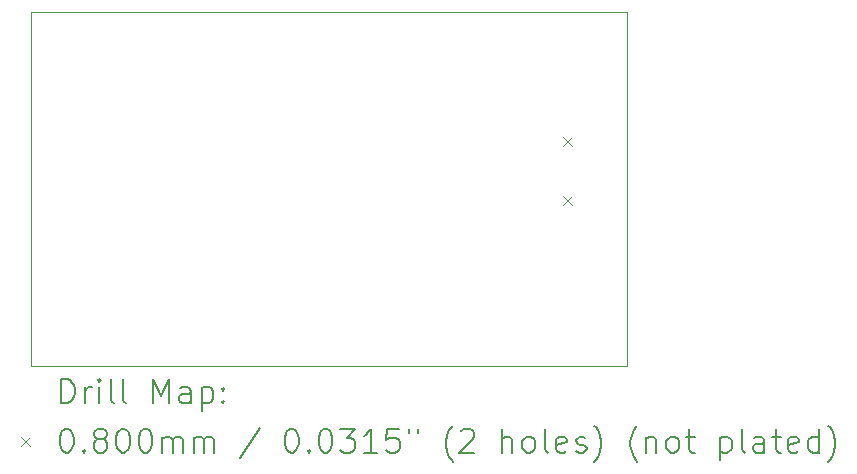
<source format=gbr>
%TF.GenerationSoftware,KiCad,Pcbnew,8.0.7*%
%TF.CreationDate,2024-12-20T19:08:50+02:00*%
%TF.ProjectId,STM32TrialPcb,53544d33-3254-4726-9961-6c5063622e6b,rev?*%
%TF.SameCoordinates,Original*%
%TF.FileFunction,Drillmap*%
%TF.FilePolarity,Positive*%
%FSLAX45Y45*%
G04 Gerber Fmt 4.5, Leading zero omitted, Abs format (unit mm)*
G04 Created by KiCad (PCBNEW 8.0.7) date 2024-12-20 19:08:50*
%MOMM*%
%LPD*%
G01*
G04 APERTURE LIST*
%ADD10C,0.050000*%
%ADD11C,0.200000*%
%ADD12C,0.100000*%
G04 APERTURE END LIST*
D10*
X18050000Y-3350000D02*
X18050000Y-6350000D01*
X23100000Y-3350000D02*
X18050000Y-3350000D01*
X23100000Y-6350000D02*
X23100000Y-3350000D01*
X18050000Y-6350000D02*
X23100000Y-6350000D01*
D11*
D12*
X22554500Y-4410500D02*
X22634500Y-4490500D01*
X22634500Y-4410500D02*
X22554500Y-4490500D01*
X22554500Y-4910500D02*
X22634500Y-4990500D01*
X22634500Y-4910500D02*
X22554500Y-4990500D01*
D11*
X18308277Y-6663984D02*
X18308277Y-6463984D01*
X18308277Y-6463984D02*
X18355896Y-6463984D01*
X18355896Y-6463984D02*
X18384467Y-6473508D01*
X18384467Y-6473508D02*
X18403515Y-6492555D01*
X18403515Y-6492555D02*
X18413039Y-6511603D01*
X18413039Y-6511603D02*
X18422563Y-6549698D01*
X18422563Y-6549698D02*
X18422563Y-6578269D01*
X18422563Y-6578269D02*
X18413039Y-6616365D01*
X18413039Y-6616365D02*
X18403515Y-6635412D01*
X18403515Y-6635412D02*
X18384467Y-6654460D01*
X18384467Y-6654460D02*
X18355896Y-6663984D01*
X18355896Y-6663984D02*
X18308277Y-6663984D01*
X18508277Y-6663984D02*
X18508277Y-6530650D01*
X18508277Y-6568746D02*
X18517801Y-6549698D01*
X18517801Y-6549698D02*
X18527324Y-6540174D01*
X18527324Y-6540174D02*
X18546372Y-6530650D01*
X18546372Y-6530650D02*
X18565420Y-6530650D01*
X18632086Y-6663984D02*
X18632086Y-6530650D01*
X18632086Y-6463984D02*
X18622563Y-6473508D01*
X18622563Y-6473508D02*
X18632086Y-6483031D01*
X18632086Y-6483031D02*
X18641610Y-6473508D01*
X18641610Y-6473508D02*
X18632086Y-6463984D01*
X18632086Y-6463984D02*
X18632086Y-6483031D01*
X18755896Y-6663984D02*
X18736848Y-6654460D01*
X18736848Y-6654460D02*
X18727324Y-6635412D01*
X18727324Y-6635412D02*
X18727324Y-6463984D01*
X18860658Y-6663984D02*
X18841610Y-6654460D01*
X18841610Y-6654460D02*
X18832086Y-6635412D01*
X18832086Y-6635412D02*
X18832086Y-6463984D01*
X19089229Y-6663984D02*
X19089229Y-6463984D01*
X19089229Y-6463984D02*
X19155896Y-6606841D01*
X19155896Y-6606841D02*
X19222563Y-6463984D01*
X19222563Y-6463984D02*
X19222563Y-6663984D01*
X19403515Y-6663984D02*
X19403515Y-6559222D01*
X19403515Y-6559222D02*
X19393991Y-6540174D01*
X19393991Y-6540174D02*
X19374944Y-6530650D01*
X19374944Y-6530650D02*
X19336848Y-6530650D01*
X19336848Y-6530650D02*
X19317801Y-6540174D01*
X19403515Y-6654460D02*
X19384467Y-6663984D01*
X19384467Y-6663984D02*
X19336848Y-6663984D01*
X19336848Y-6663984D02*
X19317801Y-6654460D01*
X19317801Y-6654460D02*
X19308277Y-6635412D01*
X19308277Y-6635412D02*
X19308277Y-6616365D01*
X19308277Y-6616365D02*
X19317801Y-6597317D01*
X19317801Y-6597317D02*
X19336848Y-6587793D01*
X19336848Y-6587793D02*
X19384467Y-6587793D01*
X19384467Y-6587793D02*
X19403515Y-6578269D01*
X19498753Y-6530650D02*
X19498753Y-6730650D01*
X19498753Y-6540174D02*
X19517801Y-6530650D01*
X19517801Y-6530650D02*
X19555896Y-6530650D01*
X19555896Y-6530650D02*
X19574944Y-6540174D01*
X19574944Y-6540174D02*
X19584467Y-6549698D01*
X19584467Y-6549698D02*
X19593991Y-6568746D01*
X19593991Y-6568746D02*
X19593991Y-6625888D01*
X19593991Y-6625888D02*
X19584467Y-6644936D01*
X19584467Y-6644936D02*
X19574944Y-6654460D01*
X19574944Y-6654460D02*
X19555896Y-6663984D01*
X19555896Y-6663984D02*
X19517801Y-6663984D01*
X19517801Y-6663984D02*
X19498753Y-6654460D01*
X19679705Y-6644936D02*
X19689229Y-6654460D01*
X19689229Y-6654460D02*
X19679705Y-6663984D01*
X19679705Y-6663984D02*
X19670182Y-6654460D01*
X19670182Y-6654460D02*
X19679705Y-6644936D01*
X19679705Y-6644936D02*
X19679705Y-6663984D01*
X19679705Y-6540174D02*
X19689229Y-6549698D01*
X19689229Y-6549698D02*
X19679705Y-6559222D01*
X19679705Y-6559222D02*
X19670182Y-6549698D01*
X19670182Y-6549698D02*
X19679705Y-6540174D01*
X19679705Y-6540174D02*
X19679705Y-6559222D01*
D12*
X17967500Y-6952500D02*
X18047500Y-7032500D01*
X18047500Y-6952500D02*
X17967500Y-7032500D01*
D11*
X18346372Y-6883984D02*
X18365420Y-6883984D01*
X18365420Y-6883984D02*
X18384467Y-6893508D01*
X18384467Y-6893508D02*
X18393991Y-6903031D01*
X18393991Y-6903031D02*
X18403515Y-6922079D01*
X18403515Y-6922079D02*
X18413039Y-6960174D01*
X18413039Y-6960174D02*
X18413039Y-7007793D01*
X18413039Y-7007793D02*
X18403515Y-7045888D01*
X18403515Y-7045888D02*
X18393991Y-7064936D01*
X18393991Y-7064936D02*
X18384467Y-7074460D01*
X18384467Y-7074460D02*
X18365420Y-7083984D01*
X18365420Y-7083984D02*
X18346372Y-7083984D01*
X18346372Y-7083984D02*
X18327324Y-7074460D01*
X18327324Y-7074460D02*
X18317801Y-7064936D01*
X18317801Y-7064936D02*
X18308277Y-7045888D01*
X18308277Y-7045888D02*
X18298753Y-7007793D01*
X18298753Y-7007793D02*
X18298753Y-6960174D01*
X18298753Y-6960174D02*
X18308277Y-6922079D01*
X18308277Y-6922079D02*
X18317801Y-6903031D01*
X18317801Y-6903031D02*
X18327324Y-6893508D01*
X18327324Y-6893508D02*
X18346372Y-6883984D01*
X18498753Y-7064936D02*
X18508277Y-7074460D01*
X18508277Y-7074460D02*
X18498753Y-7083984D01*
X18498753Y-7083984D02*
X18489229Y-7074460D01*
X18489229Y-7074460D02*
X18498753Y-7064936D01*
X18498753Y-7064936D02*
X18498753Y-7083984D01*
X18622563Y-6969698D02*
X18603515Y-6960174D01*
X18603515Y-6960174D02*
X18593991Y-6950650D01*
X18593991Y-6950650D02*
X18584467Y-6931603D01*
X18584467Y-6931603D02*
X18584467Y-6922079D01*
X18584467Y-6922079D02*
X18593991Y-6903031D01*
X18593991Y-6903031D02*
X18603515Y-6893508D01*
X18603515Y-6893508D02*
X18622563Y-6883984D01*
X18622563Y-6883984D02*
X18660658Y-6883984D01*
X18660658Y-6883984D02*
X18679705Y-6893508D01*
X18679705Y-6893508D02*
X18689229Y-6903031D01*
X18689229Y-6903031D02*
X18698753Y-6922079D01*
X18698753Y-6922079D02*
X18698753Y-6931603D01*
X18698753Y-6931603D02*
X18689229Y-6950650D01*
X18689229Y-6950650D02*
X18679705Y-6960174D01*
X18679705Y-6960174D02*
X18660658Y-6969698D01*
X18660658Y-6969698D02*
X18622563Y-6969698D01*
X18622563Y-6969698D02*
X18603515Y-6979222D01*
X18603515Y-6979222D02*
X18593991Y-6988746D01*
X18593991Y-6988746D02*
X18584467Y-7007793D01*
X18584467Y-7007793D02*
X18584467Y-7045888D01*
X18584467Y-7045888D02*
X18593991Y-7064936D01*
X18593991Y-7064936D02*
X18603515Y-7074460D01*
X18603515Y-7074460D02*
X18622563Y-7083984D01*
X18622563Y-7083984D02*
X18660658Y-7083984D01*
X18660658Y-7083984D02*
X18679705Y-7074460D01*
X18679705Y-7074460D02*
X18689229Y-7064936D01*
X18689229Y-7064936D02*
X18698753Y-7045888D01*
X18698753Y-7045888D02*
X18698753Y-7007793D01*
X18698753Y-7007793D02*
X18689229Y-6988746D01*
X18689229Y-6988746D02*
X18679705Y-6979222D01*
X18679705Y-6979222D02*
X18660658Y-6969698D01*
X18822563Y-6883984D02*
X18841610Y-6883984D01*
X18841610Y-6883984D02*
X18860658Y-6893508D01*
X18860658Y-6893508D02*
X18870182Y-6903031D01*
X18870182Y-6903031D02*
X18879705Y-6922079D01*
X18879705Y-6922079D02*
X18889229Y-6960174D01*
X18889229Y-6960174D02*
X18889229Y-7007793D01*
X18889229Y-7007793D02*
X18879705Y-7045888D01*
X18879705Y-7045888D02*
X18870182Y-7064936D01*
X18870182Y-7064936D02*
X18860658Y-7074460D01*
X18860658Y-7074460D02*
X18841610Y-7083984D01*
X18841610Y-7083984D02*
X18822563Y-7083984D01*
X18822563Y-7083984D02*
X18803515Y-7074460D01*
X18803515Y-7074460D02*
X18793991Y-7064936D01*
X18793991Y-7064936D02*
X18784467Y-7045888D01*
X18784467Y-7045888D02*
X18774944Y-7007793D01*
X18774944Y-7007793D02*
X18774944Y-6960174D01*
X18774944Y-6960174D02*
X18784467Y-6922079D01*
X18784467Y-6922079D02*
X18793991Y-6903031D01*
X18793991Y-6903031D02*
X18803515Y-6893508D01*
X18803515Y-6893508D02*
X18822563Y-6883984D01*
X19013039Y-6883984D02*
X19032086Y-6883984D01*
X19032086Y-6883984D02*
X19051134Y-6893508D01*
X19051134Y-6893508D02*
X19060658Y-6903031D01*
X19060658Y-6903031D02*
X19070182Y-6922079D01*
X19070182Y-6922079D02*
X19079705Y-6960174D01*
X19079705Y-6960174D02*
X19079705Y-7007793D01*
X19079705Y-7007793D02*
X19070182Y-7045888D01*
X19070182Y-7045888D02*
X19060658Y-7064936D01*
X19060658Y-7064936D02*
X19051134Y-7074460D01*
X19051134Y-7074460D02*
X19032086Y-7083984D01*
X19032086Y-7083984D02*
X19013039Y-7083984D01*
X19013039Y-7083984D02*
X18993991Y-7074460D01*
X18993991Y-7074460D02*
X18984467Y-7064936D01*
X18984467Y-7064936D02*
X18974944Y-7045888D01*
X18974944Y-7045888D02*
X18965420Y-7007793D01*
X18965420Y-7007793D02*
X18965420Y-6960174D01*
X18965420Y-6960174D02*
X18974944Y-6922079D01*
X18974944Y-6922079D02*
X18984467Y-6903031D01*
X18984467Y-6903031D02*
X18993991Y-6893508D01*
X18993991Y-6893508D02*
X19013039Y-6883984D01*
X19165420Y-7083984D02*
X19165420Y-6950650D01*
X19165420Y-6969698D02*
X19174944Y-6960174D01*
X19174944Y-6960174D02*
X19193991Y-6950650D01*
X19193991Y-6950650D02*
X19222563Y-6950650D01*
X19222563Y-6950650D02*
X19241610Y-6960174D01*
X19241610Y-6960174D02*
X19251134Y-6979222D01*
X19251134Y-6979222D02*
X19251134Y-7083984D01*
X19251134Y-6979222D02*
X19260658Y-6960174D01*
X19260658Y-6960174D02*
X19279705Y-6950650D01*
X19279705Y-6950650D02*
X19308277Y-6950650D01*
X19308277Y-6950650D02*
X19327325Y-6960174D01*
X19327325Y-6960174D02*
X19336848Y-6979222D01*
X19336848Y-6979222D02*
X19336848Y-7083984D01*
X19432086Y-7083984D02*
X19432086Y-6950650D01*
X19432086Y-6969698D02*
X19441610Y-6960174D01*
X19441610Y-6960174D02*
X19460658Y-6950650D01*
X19460658Y-6950650D02*
X19489229Y-6950650D01*
X19489229Y-6950650D02*
X19508277Y-6960174D01*
X19508277Y-6960174D02*
X19517801Y-6979222D01*
X19517801Y-6979222D02*
X19517801Y-7083984D01*
X19517801Y-6979222D02*
X19527325Y-6960174D01*
X19527325Y-6960174D02*
X19546372Y-6950650D01*
X19546372Y-6950650D02*
X19574944Y-6950650D01*
X19574944Y-6950650D02*
X19593991Y-6960174D01*
X19593991Y-6960174D02*
X19603515Y-6979222D01*
X19603515Y-6979222D02*
X19603515Y-7083984D01*
X19993991Y-6874460D02*
X19822563Y-7131603D01*
X20251134Y-6883984D02*
X20270182Y-6883984D01*
X20270182Y-6883984D02*
X20289229Y-6893508D01*
X20289229Y-6893508D02*
X20298753Y-6903031D01*
X20298753Y-6903031D02*
X20308277Y-6922079D01*
X20308277Y-6922079D02*
X20317801Y-6960174D01*
X20317801Y-6960174D02*
X20317801Y-7007793D01*
X20317801Y-7007793D02*
X20308277Y-7045888D01*
X20308277Y-7045888D02*
X20298753Y-7064936D01*
X20298753Y-7064936D02*
X20289229Y-7074460D01*
X20289229Y-7074460D02*
X20270182Y-7083984D01*
X20270182Y-7083984D02*
X20251134Y-7083984D01*
X20251134Y-7083984D02*
X20232087Y-7074460D01*
X20232087Y-7074460D02*
X20222563Y-7064936D01*
X20222563Y-7064936D02*
X20213039Y-7045888D01*
X20213039Y-7045888D02*
X20203515Y-7007793D01*
X20203515Y-7007793D02*
X20203515Y-6960174D01*
X20203515Y-6960174D02*
X20213039Y-6922079D01*
X20213039Y-6922079D02*
X20222563Y-6903031D01*
X20222563Y-6903031D02*
X20232087Y-6893508D01*
X20232087Y-6893508D02*
X20251134Y-6883984D01*
X20403515Y-7064936D02*
X20413039Y-7074460D01*
X20413039Y-7074460D02*
X20403515Y-7083984D01*
X20403515Y-7083984D02*
X20393991Y-7074460D01*
X20393991Y-7074460D02*
X20403515Y-7064936D01*
X20403515Y-7064936D02*
X20403515Y-7083984D01*
X20536848Y-6883984D02*
X20555896Y-6883984D01*
X20555896Y-6883984D02*
X20574944Y-6893508D01*
X20574944Y-6893508D02*
X20584468Y-6903031D01*
X20584468Y-6903031D02*
X20593991Y-6922079D01*
X20593991Y-6922079D02*
X20603515Y-6960174D01*
X20603515Y-6960174D02*
X20603515Y-7007793D01*
X20603515Y-7007793D02*
X20593991Y-7045888D01*
X20593991Y-7045888D02*
X20584468Y-7064936D01*
X20584468Y-7064936D02*
X20574944Y-7074460D01*
X20574944Y-7074460D02*
X20555896Y-7083984D01*
X20555896Y-7083984D02*
X20536848Y-7083984D01*
X20536848Y-7083984D02*
X20517801Y-7074460D01*
X20517801Y-7074460D02*
X20508277Y-7064936D01*
X20508277Y-7064936D02*
X20498753Y-7045888D01*
X20498753Y-7045888D02*
X20489229Y-7007793D01*
X20489229Y-7007793D02*
X20489229Y-6960174D01*
X20489229Y-6960174D02*
X20498753Y-6922079D01*
X20498753Y-6922079D02*
X20508277Y-6903031D01*
X20508277Y-6903031D02*
X20517801Y-6893508D01*
X20517801Y-6893508D02*
X20536848Y-6883984D01*
X20670182Y-6883984D02*
X20793991Y-6883984D01*
X20793991Y-6883984D02*
X20727325Y-6960174D01*
X20727325Y-6960174D02*
X20755896Y-6960174D01*
X20755896Y-6960174D02*
X20774944Y-6969698D01*
X20774944Y-6969698D02*
X20784468Y-6979222D01*
X20784468Y-6979222D02*
X20793991Y-6998269D01*
X20793991Y-6998269D02*
X20793991Y-7045888D01*
X20793991Y-7045888D02*
X20784468Y-7064936D01*
X20784468Y-7064936D02*
X20774944Y-7074460D01*
X20774944Y-7074460D02*
X20755896Y-7083984D01*
X20755896Y-7083984D02*
X20698753Y-7083984D01*
X20698753Y-7083984D02*
X20679706Y-7074460D01*
X20679706Y-7074460D02*
X20670182Y-7064936D01*
X20984468Y-7083984D02*
X20870182Y-7083984D01*
X20927325Y-7083984D02*
X20927325Y-6883984D01*
X20927325Y-6883984D02*
X20908277Y-6912555D01*
X20908277Y-6912555D02*
X20889229Y-6931603D01*
X20889229Y-6931603D02*
X20870182Y-6941127D01*
X21165420Y-6883984D02*
X21070182Y-6883984D01*
X21070182Y-6883984D02*
X21060658Y-6979222D01*
X21060658Y-6979222D02*
X21070182Y-6969698D01*
X21070182Y-6969698D02*
X21089229Y-6960174D01*
X21089229Y-6960174D02*
X21136849Y-6960174D01*
X21136849Y-6960174D02*
X21155896Y-6969698D01*
X21155896Y-6969698D02*
X21165420Y-6979222D01*
X21165420Y-6979222D02*
X21174944Y-6998269D01*
X21174944Y-6998269D02*
X21174944Y-7045888D01*
X21174944Y-7045888D02*
X21165420Y-7064936D01*
X21165420Y-7064936D02*
X21155896Y-7074460D01*
X21155896Y-7074460D02*
X21136849Y-7083984D01*
X21136849Y-7083984D02*
X21089229Y-7083984D01*
X21089229Y-7083984D02*
X21070182Y-7074460D01*
X21070182Y-7074460D02*
X21060658Y-7064936D01*
X21251134Y-6883984D02*
X21251134Y-6922079D01*
X21327325Y-6883984D02*
X21327325Y-6922079D01*
X21622563Y-7160174D02*
X21613039Y-7150650D01*
X21613039Y-7150650D02*
X21593991Y-7122079D01*
X21593991Y-7122079D02*
X21584468Y-7103031D01*
X21584468Y-7103031D02*
X21574944Y-7074460D01*
X21574944Y-7074460D02*
X21565420Y-7026841D01*
X21565420Y-7026841D02*
X21565420Y-6988746D01*
X21565420Y-6988746D02*
X21574944Y-6941127D01*
X21574944Y-6941127D02*
X21584468Y-6912555D01*
X21584468Y-6912555D02*
X21593991Y-6893508D01*
X21593991Y-6893508D02*
X21613039Y-6864936D01*
X21613039Y-6864936D02*
X21622563Y-6855412D01*
X21689230Y-6903031D02*
X21698753Y-6893508D01*
X21698753Y-6893508D02*
X21717801Y-6883984D01*
X21717801Y-6883984D02*
X21765420Y-6883984D01*
X21765420Y-6883984D02*
X21784468Y-6893508D01*
X21784468Y-6893508D02*
X21793991Y-6903031D01*
X21793991Y-6903031D02*
X21803515Y-6922079D01*
X21803515Y-6922079D02*
X21803515Y-6941127D01*
X21803515Y-6941127D02*
X21793991Y-6969698D01*
X21793991Y-6969698D02*
X21679706Y-7083984D01*
X21679706Y-7083984D02*
X21803515Y-7083984D01*
X22041611Y-7083984D02*
X22041611Y-6883984D01*
X22127325Y-7083984D02*
X22127325Y-6979222D01*
X22127325Y-6979222D02*
X22117801Y-6960174D01*
X22117801Y-6960174D02*
X22098753Y-6950650D01*
X22098753Y-6950650D02*
X22070182Y-6950650D01*
X22070182Y-6950650D02*
X22051134Y-6960174D01*
X22051134Y-6960174D02*
X22041611Y-6969698D01*
X22251134Y-7083984D02*
X22232087Y-7074460D01*
X22232087Y-7074460D02*
X22222563Y-7064936D01*
X22222563Y-7064936D02*
X22213039Y-7045888D01*
X22213039Y-7045888D02*
X22213039Y-6988746D01*
X22213039Y-6988746D02*
X22222563Y-6969698D01*
X22222563Y-6969698D02*
X22232087Y-6960174D01*
X22232087Y-6960174D02*
X22251134Y-6950650D01*
X22251134Y-6950650D02*
X22279706Y-6950650D01*
X22279706Y-6950650D02*
X22298753Y-6960174D01*
X22298753Y-6960174D02*
X22308277Y-6969698D01*
X22308277Y-6969698D02*
X22317801Y-6988746D01*
X22317801Y-6988746D02*
X22317801Y-7045888D01*
X22317801Y-7045888D02*
X22308277Y-7064936D01*
X22308277Y-7064936D02*
X22298753Y-7074460D01*
X22298753Y-7074460D02*
X22279706Y-7083984D01*
X22279706Y-7083984D02*
X22251134Y-7083984D01*
X22432087Y-7083984D02*
X22413039Y-7074460D01*
X22413039Y-7074460D02*
X22403515Y-7055412D01*
X22403515Y-7055412D02*
X22403515Y-6883984D01*
X22584468Y-7074460D02*
X22565420Y-7083984D01*
X22565420Y-7083984D02*
X22527325Y-7083984D01*
X22527325Y-7083984D02*
X22508277Y-7074460D01*
X22508277Y-7074460D02*
X22498753Y-7055412D01*
X22498753Y-7055412D02*
X22498753Y-6979222D01*
X22498753Y-6979222D02*
X22508277Y-6960174D01*
X22508277Y-6960174D02*
X22527325Y-6950650D01*
X22527325Y-6950650D02*
X22565420Y-6950650D01*
X22565420Y-6950650D02*
X22584468Y-6960174D01*
X22584468Y-6960174D02*
X22593991Y-6979222D01*
X22593991Y-6979222D02*
X22593991Y-6998269D01*
X22593991Y-6998269D02*
X22498753Y-7017317D01*
X22670182Y-7074460D02*
X22689230Y-7083984D01*
X22689230Y-7083984D02*
X22727325Y-7083984D01*
X22727325Y-7083984D02*
X22746372Y-7074460D01*
X22746372Y-7074460D02*
X22755896Y-7055412D01*
X22755896Y-7055412D02*
X22755896Y-7045888D01*
X22755896Y-7045888D02*
X22746372Y-7026841D01*
X22746372Y-7026841D02*
X22727325Y-7017317D01*
X22727325Y-7017317D02*
X22698753Y-7017317D01*
X22698753Y-7017317D02*
X22679706Y-7007793D01*
X22679706Y-7007793D02*
X22670182Y-6988746D01*
X22670182Y-6988746D02*
X22670182Y-6979222D01*
X22670182Y-6979222D02*
X22679706Y-6960174D01*
X22679706Y-6960174D02*
X22698753Y-6950650D01*
X22698753Y-6950650D02*
X22727325Y-6950650D01*
X22727325Y-6950650D02*
X22746372Y-6960174D01*
X22822563Y-7160174D02*
X22832087Y-7150650D01*
X22832087Y-7150650D02*
X22851134Y-7122079D01*
X22851134Y-7122079D02*
X22860658Y-7103031D01*
X22860658Y-7103031D02*
X22870182Y-7074460D01*
X22870182Y-7074460D02*
X22879706Y-7026841D01*
X22879706Y-7026841D02*
X22879706Y-6988746D01*
X22879706Y-6988746D02*
X22870182Y-6941127D01*
X22870182Y-6941127D02*
X22860658Y-6912555D01*
X22860658Y-6912555D02*
X22851134Y-6893508D01*
X22851134Y-6893508D02*
X22832087Y-6864936D01*
X22832087Y-6864936D02*
X22822563Y-6855412D01*
X23184468Y-7160174D02*
X23174944Y-7150650D01*
X23174944Y-7150650D02*
X23155896Y-7122079D01*
X23155896Y-7122079D02*
X23146372Y-7103031D01*
X23146372Y-7103031D02*
X23136849Y-7074460D01*
X23136849Y-7074460D02*
X23127325Y-7026841D01*
X23127325Y-7026841D02*
X23127325Y-6988746D01*
X23127325Y-6988746D02*
X23136849Y-6941127D01*
X23136849Y-6941127D02*
X23146372Y-6912555D01*
X23146372Y-6912555D02*
X23155896Y-6893508D01*
X23155896Y-6893508D02*
X23174944Y-6864936D01*
X23174944Y-6864936D02*
X23184468Y-6855412D01*
X23260658Y-6950650D02*
X23260658Y-7083984D01*
X23260658Y-6969698D02*
X23270182Y-6960174D01*
X23270182Y-6960174D02*
X23289230Y-6950650D01*
X23289230Y-6950650D02*
X23317801Y-6950650D01*
X23317801Y-6950650D02*
X23336849Y-6960174D01*
X23336849Y-6960174D02*
X23346372Y-6979222D01*
X23346372Y-6979222D02*
X23346372Y-7083984D01*
X23470182Y-7083984D02*
X23451134Y-7074460D01*
X23451134Y-7074460D02*
X23441611Y-7064936D01*
X23441611Y-7064936D02*
X23432087Y-7045888D01*
X23432087Y-7045888D02*
X23432087Y-6988746D01*
X23432087Y-6988746D02*
X23441611Y-6969698D01*
X23441611Y-6969698D02*
X23451134Y-6960174D01*
X23451134Y-6960174D02*
X23470182Y-6950650D01*
X23470182Y-6950650D02*
X23498753Y-6950650D01*
X23498753Y-6950650D02*
X23517801Y-6960174D01*
X23517801Y-6960174D02*
X23527325Y-6969698D01*
X23527325Y-6969698D02*
X23536849Y-6988746D01*
X23536849Y-6988746D02*
X23536849Y-7045888D01*
X23536849Y-7045888D02*
X23527325Y-7064936D01*
X23527325Y-7064936D02*
X23517801Y-7074460D01*
X23517801Y-7074460D02*
X23498753Y-7083984D01*
X23498753Y-7083984D02*
X23470182Y-7083984D01*
X23593992Y-6950650D02*
X23670182Y-6950650D01*
X23622563Y-6883984D02*
X23622563Y-7055412D01*
X23622563Y-7055412D02*
X23632087Y-7074460D01*
X23632087Y-7074460D02*
X23651134Y-7083984D01*
X23651134Y-7083984D02*
X23670182Y-7083984D01*
X23889230Y-6950650D02*
X23889230Y-7150650D01*
X23889230Y-6960174D02*
X23908277Y-6950650D01*
X23908277Y-6950650D02*
X23946373Y-6950650D01*
X23946373Y-6950650D02*
X23965420Y-6960174D01*
X23965420Y-6960174D02*
X23974944Y-6969698D01*
X23974944Y-6969698D02*
X23984468Y-6988746D01*
X23984468Y-6988746D02*
X23984468Y-7045888D01*
X23984468Y-7045888D02*
X23974944Y-7064936D01*
X23974944Y-7064936D02*
X23965420Y-7074460D01*
X23965420Y-7074460D02*
X23946373Y-7083984D01*
X23946373Y-7083984D02*
X23908277Y-7083984D01*
X23908277Y-7083984D02*
X23889230Y-7074460D01*
X24098753Y-7083984D02*
X24079706Y-7074460D01*
X24079706Y-7074460D02*
X24070182Y-7055412D01*
X24070182Y-7055412D02*
X24070182Y-6883984D01*
X24260658Y-7083984D02*
X24260658Y-6979222D01*
X24260658Y-6979222D02*
X24251134Y-6960174D01*
X24251134Y-6960174D02*
X24232087Y-6950650D01*
X24232087Y-6950650D02*
X24193992Y-6950650D01*
X24193992Y-6950650D02*
X24174944Y-6960174D01*
X24260658Y-7074460D02*
X24241611Y-7083984D01*
X24241611Y-7083984D02*
X24193992Y-7083984D01*
X24193992Y-7083984D02*
X24174944Y-7074460D01*
X24174944Y-7074460D02*
X24165420Y-7055412D01*
X24165420Y-7055412D02*
X24165420Y-7036365D01*
X24165420Y-7036365D02*
X24174944Y-7017317D01*
X24174944Y-7017317D02*
X24193992Y-7007793D01*
X24193992Y-7007793D02*
X24241611Y-7007793D01*
X24241611Y-7007793D02*
X24260658Y-6998269D01*
X24327325Y-6950650D02*
X24403515Y-6950650D01*
X24355896Y-6883984D02*
X24355896Y-7055412D01*
X24355896Y-7055412D02*
X24365420Y-7074460D01*
X24365420Y-7074460D02*
X24384468Y-7083984D01*
X24384468Y-7083984D02*
X24403515Y-7083984D01*
X24546373Y-7074460D02*
X24527325Y-7083984D01*
X24527325Y-7083984D02*
X24489230Y-7083984D01*
X24489230Y-7083984D02*
X24470182Y-7074460D01*
X24470182Y-7074460D02*
X24460658Y-7055412D01*
X24460658Y-7055412D02*
X24460658Y-6979222D01*
X24460658Y-6979222D02*
X24470182Y-6960174D01*
X24470182Y-6960174D02*
X24489230Y-6950650D01*
X24489230Y-6950650D02*
X24527325Y-6950650D01*
X24527325Y-6950650D02*
X24546373Y-6960174D01*
X24546373Y-6960174D02*
X24555896Y-6979222D01*
X24555896Y-6979222D02*
X24555896Y-6998269D01*
X24555896Y-6998269D02*
X24460658Y-7017317D01*
X24727325Y-7083984D02*
X24727325Y-6883984D01*
X24727325Y-7074460D02*
X24708277Y-7083984D01*
X24708277Y-7083984D02*
X24670182Y-7083984D01*
X24670182Y-7083984D02*
X24651134Y-7074460D01*
X24651134Y-7074460D02*
X24641611Y-7064936D01*
X24641611Y-7064936D02*
X24632087Y-7045888D01*
X24632087Y-7045888D02*
X24632087Y-6988746D01*
X24632087Y-6988746D02*
X24641611Y-6969698D01*
X24641611Y-6969698D02*
X24651134Y-6960174D01*
X24651134Y-6960174D02*
X24670182Y-6950650D01*
X24670182Y-6950650D02*
X24708277Y-6950650D01*
X24708277Y-6950650D02*
X24727325Y-6960174D01*
X24803515Y-7160174D02*
X24813039Y-7150650D01*
X24813039Y-7150650D02*
X24832087Y-7122079D01*
X24832087Y-7122079D02*
X24841611Y-7103031D01*
X24841611Y-7103031D02*
X24851134Y-7074460D01*
X24851134Y-7074460D02*
X24860658Y-7026841D01*
X24860658Y-7026841D02*
X24860658Y-6988746D01*
X24860658Y-6988746D02*
X24851134Y-6941127D01*
X24851134Y-6941127D02*
X24841611Y-6912555D01*
X24841611Y-6912555D02*
X24832087Y-6893508D01*
X24832087Y-6893508D02*
X24813039Y-6864936D01*
X24813039Y-6864936D02*
X24803515Y-6855412D01*
M02*

</source>
